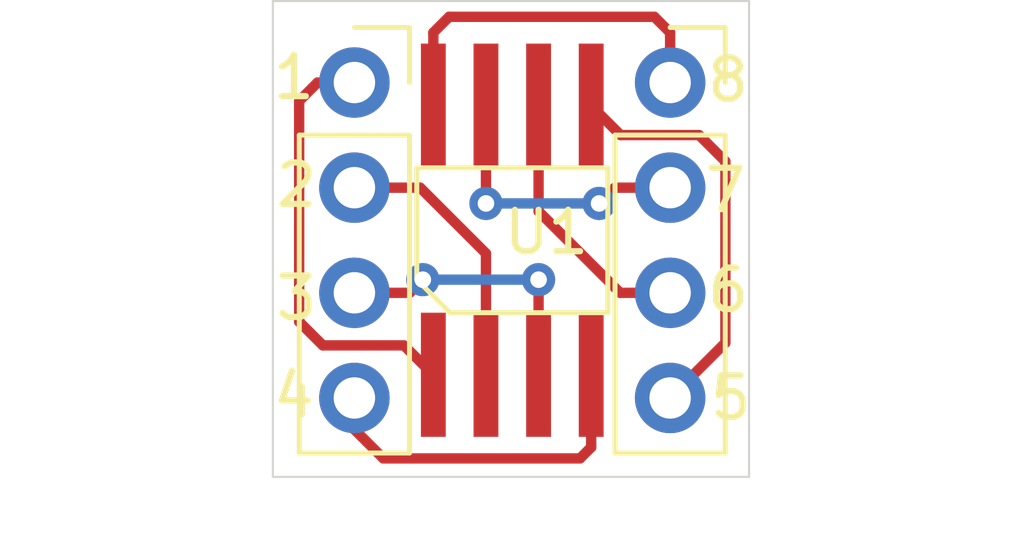
<source format=kicad_pcb>
(kicad_pcb (version 20171130) (host pcbnew "(5.1.12)-1")

  (general
    (thickness 1.6)
    (drawings 12)
    (tracks 42)
    (zones 0)
    (modules 3)
    (nets 9)
  )

  (page A4)
  (layers
    (0 F.Cu signal)
    (31 B.Cu signal hide)
    (32 B.Adhes user)
    (33 F.Adhes user)
    (34 B.Paste user)
    (35 F.Paste user)
    (36 B.SilkS user)
    (37 F.SilkS user)
    (38 B.Mask user)
    (39 F.Mask user)
    (40 Dwgs.User user)
    (41 Cmts.User user)
    (42 Eco1.User user)
    (43 Eco2.User user)
    (44 Edge.Cuts user)
    (45 Margin user)
    (46 B.CrtYd user)
    (47 F.CrtYd user)
    (48 B.Fab user)
    (49 F.Fab user)
  )

  (setup
    (last_trace_width 0.25)
    (trace_clearance 0.2)
    (zone_clearance 0.508)
    (zone_45_only no)
    (trace_min 0.2)
    (via_size 0.8)
    (via_drill 0.4)
    (via_min_size 0.4)
    (via_min_drill 0.3)
    (uvia_size 0.3)
    (uvia_drill 0.1)
    (uvias_allowed no)
    (uvia_min_size 0.2)
    (uvia_min_drill 0.1)
    (edge_width 0.05)
    (segment_width 0.2)
    (pcb_text_width 0.3)
    (pcb_text_size 1.5 1.5)
    (mod_edge_width 0.12)
    (mod_text_size 1 1)
    (mod_text_width 0.15)
    (pad_size 1.7 1.7)
    (pad_drill 1)
    (pad_to_mask_clearance 0)
    (aux_axis_origin 0 0)
    (visible_elements 7FFFFFFF)
    (pcbplotparams
      (layerselection 0x010fc_ffffffff)
      (usegerberextensions false)
      (usegerberattributes true)
      (usegerberadvancedattributes true)
      (creategerberjobfile true)
      (excludeedgelayer true)
      (linewidth 0.100000)
      (plotframeref false)
      (viasonmask false)
      (mode 1)
      (useauxorigin false)
      (hpglpennumber 1)
      (hpglpenspeed 20)
      (hpglpendiameter 15.000000)
      (psnegative false)
      (psa4output false)
      (plotreference true)
      (plotvalue true)
      (plotinvisibletext false)
      (padsonsilk false)
      (subtractmaskfromsilk false)
      (outputformat 1)
      (mirror false)
      (drillshape 1)
      (scaleselection 1)
      (outputdirectory ""))
  )

  (net 0 "")
  (net 1 "Net-(J1-Pad4)")
  (net 2 "Net-(J1-Pad3)")
  (net 3 "Net-(J1-Pad2)")
  (net 4 "Net-(J1-Pad1)")
  (net 5 "Net-(J2-Pad4)")
  (net 6 "Net-(J2-Pad3)")
  (net 7 "Net-(J2-Pad2)")
  (net 8 "Net-(J2-Pad1)")

  (net_class Default "This is the default net class."
    (clearance 0.2)
    (trace_width 0.25)
    (via_dia 0.8)
    (via_drill 0.4)
    (uvia_dia 0.3)
    (uvia_drill 0.1)
    (add_net "Net-(J1-Pad1)")
    (add_net "Net-(J1-Pad2)")
    (add_net "Net-(J1-Pad3)")
    (add_net "Net-(J1-Pad4)")
    (add_net "Net-(J2-Pad1)")
    (add_net "Net-(J2-Pad2)")
    (add_net "Net-(J2-Pad3)")
    (add_net "Net-(J2-Pad4)")
  )

  (module Connector_PinSocket_2.54mm:PinSocket_1x04_P2.54mm_Vertical (layer F.Cu) (tedit 6556B7CA) (tstamp 65577AE1)
    (at 117.5385 84.5185)
    (descr "Through hole straight socket strip, 1x04, 2.54mm pitch, single row (from Kicad 4.0.7), script generated")
    (tags "Through hole socket strip THT 1x04 2.54mm single row")
    (path /655E6545)
    (fp_text reference J2 (at 0 -2.77) (layer F.SilkS) hide
      (effects (font (size 0 0)))
    )
    (fp_text value Screw_Terminal_01x04 (at 0 10.39) (layer F.Fab)
      (effects (font (size 1 1) (thickness 0.15)))
    )
    (fp_line (start -1.8 9.4) (end -1.8 -1.8) (layer F.CrtYd) (width 0.05))
    (fp_line (start 1.75 9.4) (end -1.8 9.4) (layer F.CrtYd) (width 0.05))
    (fp_line (start 1.75 -1.8) (end 1.75 9.4) (layer F.CrtYd) (width 0.05))
    (fp_line (start -1.8 -1.8) (end 1.75 -1.8) (layer F.CrtYd) (width 0.05))
    (fp_line (start 0 -1.33) (end 1.33 -1.33) (layer F.SilkS) (width 0.12))
    (fp_line (start 1.33 -1.33) (end 1.33 0) (layer F.SilkS) (width 0.12))
    (fp_line (start 1.33 1.27) (end 1.33 8.95) (layer F.SilkS) (width 0.12))
    (fp_line (start -1.33 8.95) (end 1.33 8.95) (layer F.SilkS) (width 0.12))
    (fp_line (start -1.33 1.27) (end -1.33 8.95) (layer F.SilkS) (width 0.12))
    (fp_line (start -1.33 1.27) (end 1.33 1.27) (layer F.SilkS) (width 0.12))
    (fp_line (start -1.27 8.89) (end -1.27 -1.27) (layer F.Fab) (width 0.1))
    (fp_line (start 1.27 8.89) (end -1.27 8.89) (layer F.Fab) (width 0.1))
    (fp_line (start 1.27 -0.635) (end 1.27 8.89) (layer F.Fab) (width 0.1))
    (fp_line (start 0.635 -1.27) (end 1.27 -0.635) (layer F.Fab) (width 0.1))
    (fp_line (start -1.27 -1.27) (end 0.635 -1.27) (layer F.Fab) (width 0.1))
    (fp_text user %R (at 0 3.81 90) (layer F.Fab)
      (effects (font (size 1 1) (thickness 0.15)))
    )
    (pad 4 thru_hole oval (at 0 7.62) (size 1.7 1.7) (drill 1) (layers *.Cu *.Mask)
      (net 5 "Net-(J2-Pad4)"))
    (pad 3 thru_hole oval (at 0 5.08) (size 1.7 1.7) (drill 1) (layers *.Cu *.Mask)
      (net 6 "Net-(J2-Pad3)"))
    (pad 2 thru_hole oval (at 0 2.54) (size 1.7 1.7) (drill 1) (layers *.Cu *.Mask)
      (net 7 "Net-(J2-Pad2)"))
    (pad 1 thru_hole oval (at 0 0) (size 1.7 1.7) (drill 1) (layers *.Cu *.Mask)
      (net 8 "Net-(J2-Pad1)"))
    (model ${KISYS3DMOD}/Connector_PinSocket_2.54mm.3dshapes/PinSocket_1x04_P2.54mm_Vertical.wrl
      (at (xyz 0 0 0))
      (scale (xyz 1 1 1))
      (rotate (xyz 0 0 0))
    )
  )

  (module PCB_N2_part2:SO-8 (layer F.Cu) (tedit 0) (tstamp 65577AF6)
    (at 113.7285 88.3285)
    (path /655E5F34)
    (attr smd)
    (fp_text reference U1 (at 0.8255 -0.1905 180) (layer F.SilkS)
      (effects (font (size 1 1) (thickness 0.15)))
    )
    (fp_text value SSM2165 (at 0 -0.635) (layer F.Fab)
      (effects (font (size 1 1) (thickness 0.15)))
    )
    (fp_line (start -1.505 1.75) (end -2.305 0.95) (layer F.SilkS) (width 0.12))
    (fp_line (start -2.305 0.95) (end -2.305 -1.75) (layer F.SilkS) (width 0.12))
    (fp_line (start -2.305 -1.75) (end 2.305 -1.75) (layer F.SilkS) (width 0.12))
    (fp_line (start 2.305 -1.75) (end 2.305 1.75) (layer F.SilkS) (width 0.12))
    (fp_line (start 2.305 1.75) (end -1.505 1.75) (layer F.SilkS) (width 0.12))
    (fp_line (start -2.46 -5) (end 2.46 -5) (layer F.CrtYd) (width 0.05))
    (fp_line (start 2.46 -5) (end 2.46 5) (layer F.CrtYd) (width 0.05))
    (fp_line (start 2.46 5) (end -2.46 5) (layer F.CrtYd) (width 0.05))
    (fp_line (start -2.46 5) (end -2.46 -5) (layer F.CrtYd) (width 0.05))
    (pad 4 smd rect (at 1.905 3.25) (size 0.6 3) (layers F.Cu F.Paste F.Mask)
      (net 1 "Net-(J1-Pad4)"))
    (pad 5 smd rect (at 1.905 -3.25) (size 0.6 3) (layers F.Cu F.Paste F.Mask)
      (net 5 "Net-(J2-Pad4)"))
    (pad 3 smd rect (at 0.635 3.25) (size 0.6 3) (layers F.Cu F.Paste F.Mask)
      (net 2 "Net-(J1-Pad3)"))
    (pad 6 smd rect (at 0.635 -3.25) (size 0.6 3) (layers F.Cu F.Paste F.Mask)
      (net 6 "Net-(J2-Pad3)"))
    (pad 2 smd rect (at -0.635 3.25) (size 0.6 3) (layers F.Cu F.Paste F.Mask)
      (net 3 "Net-(J1-Pad2)"))
    (pad 7 smd rect (at -0.635 -3.25) (size 0.6 3) (layers F.Cu F.Paste F.Mask)
      (net 7 "Net-(J2-Pad2)"))
    (pad 1 smd rect (at -1.905 3.25) (size 0.6 3) (layers F.Cu F.Paste F.Mask)
      (net 4 "Net-(J1-Pad1)"))
    (pad 8 smd rect (at -1.905 -3.25) (size 0.6 3) (layers F.Cu F.Paste F.Mask)
      (net 8 "Net-(J2-Pad1)"))
  )

  (module Connector_PinSocket_2.54mm:PinSocket_1x04_P2.54mm_Vertical (layer F.Cu) (tedit 6556B7CE) (tstamp 65577AC9)
    (at 109.9185 84.5185)
    (descr "Through hole straight socket strip, 1x04, 2.54mm pitch, single row (from Kicad 4.0.7), script generated")
    (tags "Through hole socket strip THT 1x04 2.54mm single row")
    (path /655E77DD)
    (fp_text reference J1 (at 0 -2.77) (layer F.SilkS) hide
      (effects (font (size 1 1) (thickness 0.15)))
    )
    (fp_text value Screw_Terminal_01x04 (at 0 10.39) (layer F.Fab)
      (effects (font (size 1 1) (thickness 0.15)))
    )
    (fp_line (start -1.8 9.4) (end -1.8 -1.8) (layer F.CrtYd) (width 0.05))
    (fp_line (start 1.75 9.4) (end -1.8 9.4) (layer F.CrtYd) (width 0.05))
    (fp_line (start 1.75 -1.8) (end 1.75 9.4) (layer F.CrtYd) (width 0.05))
    (fp_line (start -1.8 -1.8) (end 1.75 -1.8) (layer F.CrtYd) (width 0.05))
    (fp_line (start 0 -1.33) (end 1.33 -1.33) (layer F.SilkS) (width 0.12))
    (fp_line (start 1.33 -1.33) (end 1.33 0) (layer F.SilkS) (width 0.12))
    (fp_line (start 1.33 1.27) (end 1.33 8.95) (layer F.SilkS) (width 0.12))
    (fp_line (start -1.33 8.95) (end 1.33 8.95) (layer F.SilkS) (width 0.12))
    (fp_line (start -1.33 1.27) (end -1.33 8.95) (layer F.SilkS) (width 0.12))
    (fp_line (start -1.33 1.27) (end 1.33 1.27) (layer F.SilkS) (width 0.12))
    (fp_line (start -1.27 8.89) (end -1.27 -1.27) (layer F.Fab) (width 0.1))
    (fp_line (start 1.27 8.89) (end -1.27 8.89) (layer F.Fab) (width 0.1))
    (fp_line (start 1.27 -0.635) (end 1.27 8.89) (layer F.Fab) (width 0.1))
    (fp_line (start 0.635 -1.27) (end 1.27 -0.635) (layer F.Fab) (width 0.1))
    (fp_line (start -1.27 -1.27) (end 0.635 -1.27) (layer F.Fab) (width 0.1))
    (fp_text user %R (at 0 3.81 90) (layer F.Fab)
      (effects (font (size 1 1) (thickness 0.15)))
    )
    (pad 4 thru_hole oval (at 0 7.62) (size 1.7 1.7) (drill 1) (layers *.Cu *.Mask)
      (net 1 "Net-(J1-Pad4)"))
    (pad 3 thru_hole oval (at 0 5.08) (size 1.7 1.7) (drill 1) (layers *.Cu *.Mask)
      (net 2 "Net-(J1-Pad3)"))
    (pad 2 thru_hole oval (at 0 2.54) (size 1.7 1.7) (drill 1) (layers *.Cu *.Mask)
      (net 3 "Net-(J1-Pad2)"))
    (pad 1 thru_hole oval (at 0 0) (size 1.7 1.7) (drill 1) (layers *.Cu *.Mask)
      (net 4 "Net-(J1-Pad1)"))
    (model ${KISYS3DMOD}/Connector_PinSocket_2.54mm.3dshapes/PinSocket_1x04_P2.54mm_Vertical.wrl
      (at (xyz 0 0 0))
      (scale (xyz 1 1 1))
      (rotate (xyz 0 0 0))
    )
  )

  (gr_text 8 (at 118.9355 84.455) (layer F.SilkS)
    (effects (font (size 1 1) (thickness 0.15)))
  )
  (gr_text 7 (at 118.872 87.122) (layer F.SilkS)
    (effects (font (size 1 1) (thickness 0.15)))
  )
  (gr_text 6 (at 118.9355 89.535) (layer F.SilkS)
    (effects (font (size 1 1) (thickness 0.15)))
  )
  (gr_text 5 (at 118.999 92.1385) (layer F.SilkS)
    (effects (font (size 1 1) (thickness 0.15)))
  )
  (gr_text 4 (at 108.458 92.075) (layer F.SilkS)
    (effects (font (size 1 1) (thickness 0.15)))
  )
  (gr_text 3 (at 108.5215 89.7255) (layer F.SilkS)
    (effects (font (size 1 1) (thickness 0.15)))
  )
  (gr_text 2 (at 108.5215 86.995) (layer F.SilkS)
    (effects (font (size 1 1) (thickness 0.15)))
  )
  (gr_text 1 (at 108.458 84.3915) (layer F.SilkS)
    (effects (font (size 1 1) (thickness 0.15)))
  )
  (gr_line (start 107.95 94.0435) (end 107.95 82.55) (layer Edge.Cuts) (width 0.05) (tstamp 65577A6F))
  (gr_line (start 119.4435 94.0435) (end 107.95 94.0435) (layer Edge.Cuts) (width 0.05))
  (gr_line (start 119.4435 82.55) (end 119.4435 94.0435) (layer Edge.Cuts) (width 0.05))
  (gr_line (start 107.95 82.55) (end 119.4435 82.55) (layer Edge.Cuts) (width 0.05))

  (segment (start 109.6645 92.71) (end 109.6645 92.1385) (width 0.25) (layer F.Cu) (net 1))
  (segment (start 115.6335 93.3285) (end 115.363 93.599) (width 0.25) (layer F.Cu) (net 1))
  (segment (start 115.6335 91.5785) (end 115.6335 93.3285) (width 0.25) (layer F.Cu) (net 1))
  (segment (start 115.363 93.599) (end 110.617 93.599) (width 0.25) (layer F.Cu) (net 1))
  (segment (start 109.9185 92.9005) (end 109.9185 92.1385) (width 0.25) (layer F.Cu) (net 1))
  (segment (start 110.617 93.599) (end 109.9185 92.9005) (width 0.25) (layer F.Cu) (net 1))
  (segment (start 109.855 89.408) (end 109.6645 89.5985) (width 0.25) (layer F.Cu) (net 2))
  (via (at 111.5695 89.281) (size 0.8) (drill 0.4) (layers F.Cu B.Cu) (net 2))
  (segment (start 111.252 89.5985) (end 111.5695 89.281) (width 0.25) (layer F.Cu) (net 2))
  (segment (start 109.9185 89.5985) (end 111.252 89.5985) (width 0.25) (layer F.Cu) (net 2))
  (via (at 114.3635 89.281) (size 0.8) (drill 0.4) (layers F.Cu B.Cu) (net 2))
  (segment (start 111.5695 89.281) (end 114.3635 89.281) (width 0.25) (layer B.Cu) (net 2))
  (segment (start 114.3635 89.281) (end 114.3635 91.5785) (width 0.25) (layer F.Cu) (net 2))
  (segment (start 113.0935 91.5785) (end 113.0935 88.646) (width 0.25) (layer F.Cu) (net 3))
  (segment (start 111.506 87.0585) (end 109.9185 87.0585) (width 0.25) (layer F.Cu) (net 3))
  (segment (start 113.0935 88.646) (end 111.506 87.0585) (width 0.25) (layer F.Cu) (net 3))
  (segment (start 111.8235 91.5785) (end 111.1135 90.8685) (width 0.25) (layer F.Cu) (net 4))
  (segment (start 111.1135 90.8685) (end 109.1565 90.8685) (width 0.25) (layer F.Cu) (net 4))
  (segment (start 109.1565 90.8685) (end 108.585 90.297) (width 0.25) (layer F.Cu) (net 4))
  (segment (start 108.585 90.297) (end 108.585 84.963) (width 0.25) (layer F.Cu) (net 4))
  (segment (start 109.0295 84.5185) (end 109.9185 84.5185) (width 0.25) (layer F.Cu) (net 4))
  (segment (start 108.585 84.963) (end 109.0295 84.5185) (width 0.25) (layer F.Cu) (net 4))
  (segment (start 115.6335 85.0785) (end 116.3435 85.7885) (width 0.25) (layer F.Cu) (net 5))
  (segment (start 116.3435 85.7885) (end 118.237 85.7885) (width 0.25) (layer F.Cu) (net 5))
  (segment (start 118.237 85.7885) (end 118.872 86.4235) (width 0.25) (layer F.Cu) (net 5))
  (segment (start 118.872 90.805) (end 117.5385 92.1385) (width 0.25) (layer F.Cu) (net 5))
  (segment (start 118.872 86.4235) (end 118.872 90.805) (width 0.25) (layer F.Cu) (net 5))
  (segment (start 116.332 89.5985) (end 117.5385 89.5985) (width 0.25) (layer F.Cu) (net 6))
  (segment (start 114.3635 87.63) (end 116.332 89.5985) (width 0.25) (layer F.Cu) (net 6))
  (segment (start 114.3635 85.0785) (end 114.3635 87.63) (width 0.25) (layer F.Cu) (net 6))
  (via (at 115.824 87.4395) (size 0.8) (drill 0.4) (layers F.Cu B.Cu) (net 7))
  (segment (start 116.205 87.0585) (end 115.824 87.4395) (width 0.25) (layer F.Cu) (net 7))
  (segment (start 117.5385 87.0585) (end 116.205 87.0585) (width 0.25) (layer F.Cu) (net 7))
  (via (at 113.0935 87.4395) (size 0.8) (drill 0.4) (layers F.Cu B.Cu) (net 7))
  (segment (start 115.824 87.4395) (end 113.0935 87.4395) (width 0.25) (layer B.Cu) (net 7))
  (segment (start 113.0935 87.4395) (end 113.0935 85.0785) (width 0.25) (layer F.Cu) (net 7))
  (segment (start 117.7925 84.074) (end 117.7925 84.5185) (width 0.25) (layer F.Cu) (net 8))
  (segment (start 111.8235 83.312) (end 112.2045 82.931) (width 0.25) (layer F.Cu) (net 8))
  (segment (start 111.8235 85.0785) (end 111.8235 83.312) (width 0.25) (layer F.Cu) (net 8))
  (segment (start 112.2045 82.931) (end 117.1575 82.931) (width 0.25) (layer F.Cu) (net 8))
  (segment (start 117.5385 83.312) (end 117.5385 84.5185) (width 0.25) (layer F.Cu) (net 8))
  (segment (start 117.1575 82.931) (end 117.5385 83.312) (width 0.25) (layer F.Cu) (net 8))

)

</source>
